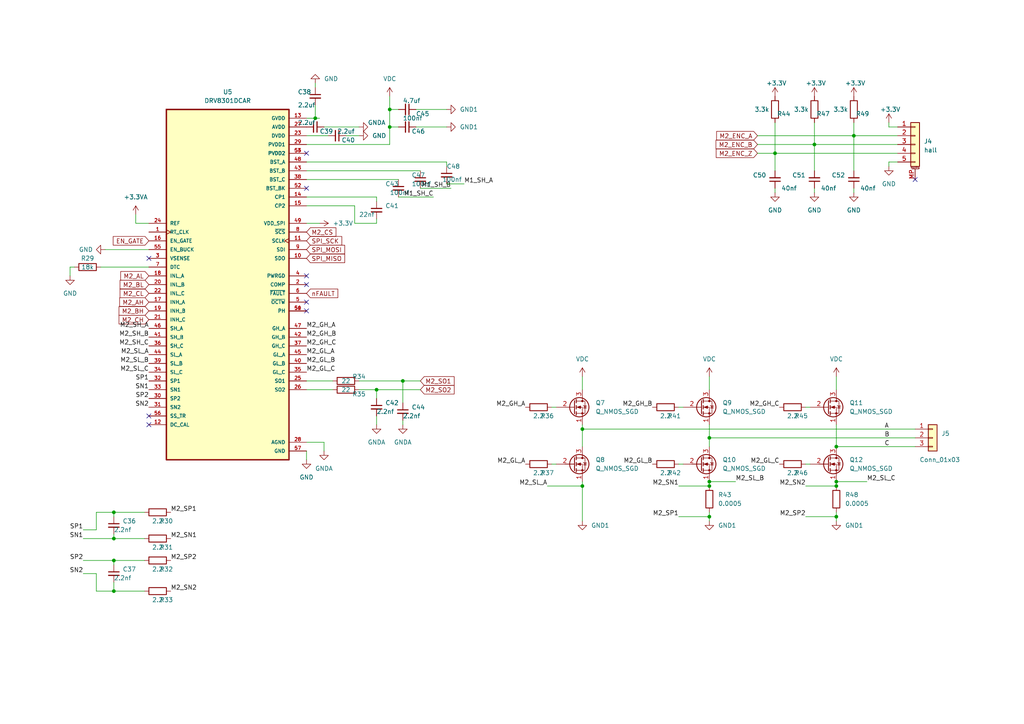
<source format=kicad_sch>
(kicad_sch (version 20211123) (generator eeschema)
  (paper "A4")
  (lib_symbols
    (symbol "Connector_Generic:Conn_01x03" (pin_names (offset 1.016) hide)
      (property "Reference" "J" (at 0 5.08 0))
      (property "Value" "Conn_01x03" (at 0 -5.08 0))
      (symbol "Conn_01x03_1_1"
        (rectangle (start -1.27 -2.413) (end 0 -2.667) (stroke (width 0.1524)))
        (rectangle (start -1.27 0.127) (end 0 -0.127) (stroke (width 0.1524)))
        (rectangle (start -1.27 2.667) (end 0 2.413) (stroke (width 0.1524)))
        (rectangle (start -1.27 3.81) (end 1.27 -3.81) (stroke (width 0.254)) (fill (type background)))
        (pin passive line (at -5.08 2.54 0) (length 3.81) (name "Pin_1") (number "1"))
        (pin passive line (at -5.08 0 0) (length 3.81) (name "Pin_2") (number "2"))
        (pin passive line (at -5.08 -2.54 0) (length 3.81) (name "Pin_3") (number "3"))
      )
    )
    (symbol "Connector_Generic_MountingPin:Conn_01x05_MountingPin" (pin_names (offset 1.016) hide)
      (property "Reference" "J" (at 0 7.62 0))
      (property "Value" "Conn_01x05_MountingPin" (at 1.27 -7.62 0))
      (symbol "Conn_01x05_MountingPin_1_1"
        (rectangle (start -1.27 -4.953) (end 0 -5.207) (stroke (width 0.1524)))
        (rectangle (start -1.27 -2.413) (end 0 -2.667) (stroke (width 0.1524)))
        (rectangle (start -1.27 0.127) (end 0 -0.127) (stroke (width 0.1524)))
        (rectangle (start -1.27 2.667) (end 0 2.413) (stroke (width 0.1524)))
        (rectangle (start -1.27 5.207) (end 0 4.953) (stroke (width 0.1524)))
        (rectangle (start -1.27 6.35) (end 1.27 -6.35) (stroke (width 0.254)) (fill (type background)))
        (polyline (pts (xy -1.016 -7.112) (xy 1.016 -7.112)) (stroke (width 0.1524)))
        (text "Mounting" (at 0 -6.731 0) (effects (font (size 0.381 0.381))))
        (pin passive line (at -5.08 5.08 0) (length 3.81) (name "Pin_1") (number "1"))
        (pin passive line (at -5.08 2.54 0) (length 3.81) (name "Pin_2") (number "2"))
        (pin passive line (at -5.08 0 0) (length 3.81) (name "Pin_3") (number "3"))
        (pin passive line (at -5.08 -2.54 0) (length 3.81) (name "Pin_4") (number "4"))
        (pin passive line (at -5.08 -5.08 0) (length 3.81) (name "Pin_5") (number "5"))
        (pin passive line (at 0 -10.16 90) (length 3.048) (name "MountPin") (number "MP"))
      )
    )
    (symbol "Device:C_Small" (pin_numbers hide) (pin_names (offset 0.254) hide)
      (property "Reference" "C" (at 0.254 1.778 0))
      (property "Value" "C_Small" (at 0.254 -2.032 0))
      (symbol "C_Small_0_1"
        (polyline (pts (xy -1.524 -0.508) (xy 1.524 -0.508)) (stroke (width 0.3302)))
        (polyline (pts (xy -1.524 0.508) (xy 1.524 0.508)) (stroke (width 0.3048)))
      )
      (symbol "C_Small_1_1"
        (pin passive line (at 0 2.54 270) (length 2.032) (name "~") (number "1"))
        (pin passive line (at 0 -2.54 90) (length 2.032) (name "~") (number "2"))
      )
    )
    (symbol "Device:Q_NMOS_SGD" (pin_names (offset 0) hide)
      (property "Reference" "Q" (at 5.08 1.27 0))
      (property "Value" "Q_NMOS_SGD" (at 5.08 -1.27 0))
      (symbol "Q_NMOS_SGD_0_1"
        (polyline (pts (xy 0.254 0) (xy -2.54 0)))
        (polyline (pts (xy 0.254 1.905) (xy 0.254 -1.905)) (stroke (width 0.254)))
        (polyline (pts (xy 0.762 -1.27) (xy 0.762 -2.286)) (stroke (width 0.254)))
        (polyline (pts (xy 0.762 0.508) (xy 0.762 -0.508)) (stroke (width 0.254)))
        (polyline (pts (xy 0.762 2.286) (xy 0.762 1.27)) (stroke (width 0.254)))
        (polyline (pts (xy 2.54 2.54) (xy 2.54 1.778)))
        (polyline (pts (xy 2.54 -2.54) (xy 2.54 0) (xy 0.762 0)))
        (polyline (pts (xy 0.762 -1.778) (xy 3.302 -1.778) (xy 3.302 1.778) (xy 0.762 1.778)))
        (polyline (pts (xy 1.016 0) (xy 2.032 0.381) (xy 2.032 -0.381) (xy 1.016 0)) (fill (type outline)))
        (polyline (pts (xy 2.794 0.508) (xy 2.921 0.381) (xy 3.683 0.381) (xy 3.81 0.254)))
        (polyline (pts (xy 3.302 0.381) (xy 2.921 -0.254) (xy 3.683 -0.254) (xy 3.302 0.381)))
        (circle (center 1.651 0) (radius 2.794) (stroke (width 0.254)))
        (circle (center 2.54 -1.778) (radius 0.254) (fill (type outline)))
        (circle (center 2.54 1.778) (radius 0.254) (fill (type outline)))
      )
      (symbol "Q_NMOS_SGD_1_1"
        (pin passive line (at 2.54 -5.08 90) (length 2.54) (name "S") (number "1"))
        (pin input line (at -5.08 0 0) (length 5.08) (name "G") (number "2"))
        (pin passive line (at 2.54 5.08 270) (length 2.54) (name "D") (number "3"))
      )
    )
    (symbol "Device:R" (pin_numbers hide) (pin_names (offset 0))
      (property "Reference" "R" (at 2.032 0 90))
      (property "Value" "R" (at 0 0 90))
      (symbol "R_0_1"
        (rectangle (start -1.016 -2.54) (end 1.016 2.54) (stroke (width 0.254)))
      )
      (symbol "R_1_1"
        (pin passive line (at 0 3.81 270) (length 1.27) (name "~") (number "1"))
        (pin passive line (at 0 -3.81 90) (length 1.27) (name "~") (number "2"))
      )
    )
    (symbol "New_Library:DRV8301DCAR" (pin_names (offset 1.016))
      (property "Reference" "U" (at -17.8203 51.9275 0))
      (property "Value" "DRV8301DCAR" (at -17.8075 -54.8929 0))
      (symbol "DRV8301DCAR_0_0"
        (rectangle (start -17.78 -50.8) (end 17.78 50.8) (stroke (width 0.41)) (fill (type background)))
        (pin input clock (at -22.86 15.24 0) (length 5.08) (name "RT_CLK") (number "1"))
        (pin output line (at 22.86 7.62 180) (length 5.08) (name "SDO") (number "10"))
        (pin input clock (at 22.86 12.7 180) (length 5.08) (name "SCLK") (number "11"))
        (pin input line (at -22.86 -40.64 0) (length 5.08) (name "DC_CAL") (number "12"))
        (pin power_in line (at 22.86 48.26 180) (length 5.08) (name "GVDD") (number "13"))
        (pin power_in line (at 22.86 25.4 180) (length 5.08) (name "CP1") (number "14"))
        (pin power_in line (at 22.86 22.86 180) (length 5.08) (name "CP2") (number "15"))
        (pin input line (at -22.86 12.7 0) (length 5.08) (name "EN_GATE") (number "16"))
        (pin input line (at -22.86 -5.08 0) (length 5.08) (name "INH_A") (number "17"))
        (pin input line (at -22.86 2.54 0) (length 5.08) (name "INL_A") (number "18"))
        (pin input line (at -22.86 -7.62 0) (length 5.08) (name "INH_B") (number "19"))
        (pin output line (at 22.86 0 180) (length 5.08) (name "COMP") (number "2"))
        (pin input line (at -22.86 0 0) (length 5.08) (name "INL_B") (number "20"))
        (pin input line (at -22.86 -10.16 0) (length 5.08) (name "INH_C") (number "21"))
        (pin input line (at -22.86 -2.54 0) (length 5.08) (name "INL_C") (number "22"))
        (pin power_in line (at 22.86 43.18 180) (length 5.08) (name "DVDD") (number "23"))
        (pin input line (at -22.86 17.78 0) (length 5.08) (name "REF") (number "24"))
        (pin output line (at 22.86 -27.94 180) (length 5.08) (name "SO1") (number "25"))
        (pin output line (at 22.86 -30.48 180) (length 5.08) (name "SO2") (number "26"))
        (pin power_in line (at 22.86 45.72 180) (length 5.08) (name "AVDD") (number "27"))
        (pin power_in line (at 22.86 -45.72 180) (length 5.08) (name "AGND") (number "28"))
        (pin power_in line (at 22.86 40.64 180) (length 5.08) (name "PVDD1") (number "29"))
        (pin input line (at -22.86 7.62 0) (length 5.08) (name "VSENSE") (number "3"))
        (pin input line (at -22.86 -33.02 0) (length 5.08) (name "SP2") (number "30"))
        (pin input line (at -22.86 -35.56 0) (length 5.08) (name "SN2") (number "31"))
        (pin input line (at -22.86 -27.94 0) (length 5.08) (name "SP1") (number "32"))
        (pin input line (at -22.86 -30.48 0) (length 5.08) (name "SN1") (number "33"))
        (pin input line (at -22.86 -25.4 0) (length 5.08) (name "SL_C") (number "34"))
        (pin output line (at 22.86 -25.4 180) (length 5.08) (name "GL_C") (number "35"))
        (pin input line (at -22.86 -17.78 0) (length 5.08) (name "SH_C") (number "36"))
        (pin output line (at 22.86 -17.78 180) (length 5.08) (name "GH_C") (number "37"))
        (pin power_in line (at 22.86 30.48 180) (length 5.08) (name "BST_C") (number "38"))
        (pin input line (at -22.86 -22.86 0) (length 5.08) (name "SL_B") (number "39"))
        (pin output line (at 22.86 2.54 180) (length 5.08) (name "PWRGD") (number "4"))
        (pin output line (at 22.86 -22.86 180) (length 5.08) (name "GL_B") (number "40"))
        (pin input line (at -22.86 -15.24 0) (length 5.08) (name "SH_B") (number "41"))
        (pin output line (at 22.86 -15.24 180) (length 5.08) (name "GH_B") (number "42"))
        (pin power_in line (at 22.86 33.02 180) (length 5.08) (name "BST_B") (number "43"))
        (pin input line (at -22.86 -20.32 0) (length 5.08) (name "SL_A") (number "44"))
        (pin output line (at 22.86 -20.32 180) (length 5.08) (name "GL_A") (number "45"))
        (pin input line (at -22.86 -12.7 0) (length 5.08) (name "SH_A") (number "46"))
        (pin output line (at 22.86 -12.7 180) (length 5.08) (name "GH_A") (number "47"))
        (pin power_in line (at 22.86 35.56 180) (length 5.08) (name "BST_A") (number "48"))
        (pin input line (at 22.86 17.78 180) (length 5.08) (name "VDD_SPI") (number "49"))
        (pin output line (at 22.86 -5.08 180) (length 5.08) (name "~{OCTW}") (number "5"))
        (pin output line (at 22.86 -7.62 180) (length 5.08) (name "PH") (number "50"))
        (pin output line (at 22.86 -7.62 180) (length 5.08) (name "PH") (number "51"))
        (pin power_in line (at 22.86 27.94 180) (length 5.08) (name "BST_BK") (number "52"))
        (pin power_in line (at 22.86 38.1 180) (length 5.08) (name "PVDD2") (number "53"))
        (pin power_in line (at 22.86 38.1 180) (length 5.08) (name "PVDD2") (number "54"))
        (pin input line (at -22.86 10.16 0) (length 5.08) (name "EN_BUCK") (number "55"))
        (pin input line (at -22.86 -38.1 0) (length 5.08) (name "SS_TR") (number "56"))
        (pin power_in line (at 22.86 -48.26 180) (length 5.08) (name "GND") (number "57"))
        (pin output line (at 22.86 -2.54 180) (length 5.08) (name "~{FAULT}") (number "6"))
        (pin input line (at -22.86 5.08 0) (length 5.08) (name "DTC") (number "7"))
        (pin input line (at 22.86 15.24 180) (length 5.08) (name "~{SCS}") (number "8"))
        (pin input line (at 22.86 10.16 180) (length 5.08) (name "SDI") (number "9"))
      )
    )
    (symbol "power:+3.3V" (power) (pin_names (offset 0))
      (property "Value" "+3.3V" (at 0 3.556 0))
      (symbol "+3.3V_0_1"
        (polyline (pts (xy -0.762 1.27) (xy 0 2.54)))
        (polyline (pts (xy 0 0) (xy 0 2.54)))
        (polyline (pts (xy 0 2.54) (xy 0.762 1.27)))
      )
      (symbol "+3.3V_1_1"
        (pin power_in line (at 0 0 90) (length 0) hide (name "+3.3V") (number "1"))
      )
    )
    (symbol "power:+3.3VA" (power) (pin_names (offset 0))
      (property "Value" "+3.3VA" (at 0 3.556 0))
      (symbol "+3.3VA_0_1"
        (polyline (pts (xy -0.762 1.27) (xy 0 2.54)))
        (polyline (pts (xy 0 0) (xy 0 2.54)))
        (polyline (pts (xy 0 2.54) (xy 0.762 1.27)))
      )
      (symbol "+3.3VA_1_1"
        (pin power_in line (at 0 0 90) (length 0) hide (name "+3.3VA") (number "1"))
      )
    )
    (symbol "power:GND" (power) (pin_names (offset 0))
      (property "Value" "GND" (at 0 -3.81 0))
      (symbol "GND_0_1"
        (polyline (pts (xy 0 0) (xy 0 -1.27) (xy 1.27 -1.27) (xy 0 -2.54) (xy -1.27 -1.27) (xy 0 -1.27)))
      )
      (symbol "GND_1_1"
        (pin power_in line (at 0 0 270) (length 0) hide (name "GND") (number "1"))
      )
    )
    (symbol "power:GND1" (power) (pin_names (offset 0))
      (property "Value" "GND1" (at 0 -3.81 0))
      (symbol "GND1_0_1"
        (polyline (pts (xy 0 0) (xy 0 -1.27) (xy 1.27 -1.27) (xy 0 -2.54) (xy -1.27 -1.27) (xy 0 -1.27)))
      )
      (symbol "GND1_1_1"
        (pin power_in line (at 0 0 270) (length 0) hide (name "GND1") (number "1"))
      )
    )
    (symbol "power:GNDA" (power) (pin_names (offset 0))
      (property "Value" "GNDA" (at 0 -3.81 0))
      (symbol "GNDA_0_1"
        (polyline (pts (xy 0 0) (xy 0 -1.27) (xy 1.27 -1.27) (xy 0 -2.54) (xy -1.27 -1.27) (xy 0 -1.27)))
      )
      (symbol "GNDA_1_1"
        (pin power_in line (at 0 0 270) (length 0) hide (name "GNDA") (number "1"))
      )
    )
    (symbol "power:VDC" (power) (pin_names (offset 0))
      (property "Value" "VDC" (at 0 6.35 0))
      (symbol "VDC_0_1"
        (polyline (pts (xy -0.762 1.27) (xy 0 2.54)))
        (polyline (pts (xy 0 0) (xy 0 2.54)))
        (polyline (pts (xy 0 2.54) (xy 0.762 1.27)))
      )
      (symbol "VDC_1_1"
        (pin power_in line (at 0 0 90) (length 0) hide (name "VDC") (number "1"))
      )
    )
  )
  (junction (at 168.91 140.97))
  (junction (at 116.84 110.49))
  (junction (at 242.57 140.97))
  (junction (at 224.79 44.45))
  (junction (at 205.74 140.97))
  (junction (at 242.57 149.86))
  (junction (at 33.02 171.45))
  (junction (at 33.02 162.56))
  (junction (at 168.91 124.46))
  (junction (at 205.74 149.86))
  (junction (at 109.22 113.03))
  (junction (at 33.02 156.21))
  (junction (at 236.22 41.91))
  (junction (at 113.03 31.75))
  (junction (at 242.57 129.54))
  (junction (at 91.44 34.29))
  (junction (at 113.03 36.83))
  (junction (at 205.74 139.7))
  (junction (at 33.02 148.59))
  (junction (at 205.74 127))
  (junction (at 242.57 139.7))
  (junction (at 247.65 39.37))
  (no_connect (at 88.9 82.55))
  (no_connect (at 88.9 87.63))
  (no_connect (at 43.18 123.19))
  (no_connect (at 265.43 52.07))
  (no_connect (at 43.18 120.65))
  (no_connect (at 88.9 90.17))
  (no_connect (at 88.9 44.45))
  (no_connect (at 88.9 80.01))
  (no_connect (at 43.18 74.93))
  (no_connect (at 88.9 54.61))
  (wire (pts (xy 109.22 57.15) (xy 109.22 58.42)))
  (wire (pts (xy 30.48 72.39) (xy 43.18 72.39)))
  (wire (pts (xy 24.13 166.37) (xy 27.94 166.37)))
  (wire (pts (xy 33.02 168.91) (xy 33.02 171.45)))
  (wire (pts (xy 196.85 134.62) (xy 198.12 134.62)))
  (wire (pts (xy 113.03 36.83) (xy 113.03 41.91)))
  (wire (pts (xy 33.02 154.94) (xy 33.02 156.21)))
  (wire (pts (xy 88.9 52.07) (xy 115.57 52.07)))
  (wire (pts (xy 88.9 130.81) (xy 88.9 133.35)))
  (wire (pts (xy 247.65 39.37) (xy 260.35 39.37)))
  (wire (pts (xy 116.84 110.49) (xy 116.84 116.84)))
  (wire (pts (xy 205.74 140.97) (xy 205.74 139.7)))
  (wire (pts (xy 88.9 41.91) (xy 113.03 41.91)))
  (wire (pts (xy 134.62 53.34) (xy 129.54 53.34)))
  (wire (pts (xy 29.21 77.47) (xy 43.18 77.47)))
  (wire (pts (xy 113.03 27.94) (xy 113.03 31.75)))
  (wire (pts (xy 233.68 134.62) (xy 234.95 134.62)))
  (wire (pts (xy 247.65 35.56) (xy 247.65 39.37)))
  (wire (pts (xy 257.81 36.83) (xy 257.81 35.56)))
  (wire (pts (xy 160.02 118.11) (xy 161.29 118.11)))
  (wire (pts (xy 88.9 46.99) (xy 129.54 46.99)))
  (wire (pts (xy 265.43 129.54) (xy 242.57 129.54)))
  (wire (pts (xy 88.9 113.03) (xy 96.52 113.03)))
  (wire (pts (xy 260.35 46.99) (xy 257.81 46.99)))
  (wire (pts (xy 168.91 124.46) (xy 265.43 124.46)))
  (wire (pts (xy 205.74 149.86) (xy 205.74 151.13)))
  (wire (pts (xy 224.79 54.61) (xy 224.79 55.88)))
  (wire (pts (xy 88.9 57.15) (xy 109.22 57.15)))
  (wire (pts (xy 102.87 59.69) (xy 88.9 59.69)))
  (wire (pts (xy 88.9 110.49) (xy 96.52 110.49)))
  (wire (pts (xy 27.94 148.59) (xy 33.02 148.59)))
  (wire (pts (xy 224.79 35.56) (xy 224.79 44.45)))
  (wire (pts (xy 27.94 171.45) (xy 33.02 171.45)))
  (wire (pts (xy 196.85 140.97) (xy 205.74 140.97)))
  (wire (pts (xy 88.9 49.53) (xy 121.92 49.53)))
  (wire (pts (xy 88.9 128.27) (xy 93.98 128.27)))
  (wire (pts (xy 233.68 140.97) (xy 242.57 140.97)))
  (wire (pts (xy 219.71 39.37) (xy 247.65 39.37)))
  (wire (pts (xy 24.13 162.56) (xy 33.02 162.56)))
  (wire (pts (xy 33.02 148.59) (xy 33.02 149.86)))
  (wire (pts (xy 196.85 118.11) (xy 198.12 118.11)))
  (wire (pts (xy 104.14 113.03) (xy 109.22 113.03)))
  (wire (pts (xy 257.81 46.99) (xy 257.81 48.26)))
  (wire (pts (xy 242.57 139.7) (xy 251.46 139.7)))
  (wire (pts (xy 109.22 113.03) (xy 109.22 115.57)))
  (wire (pts (xy 33.02 162.56) (xy 33.02 163.83)))
  (wire (pts (xy 91.44 24.13) (xy 91.44 25.4)))
  (wire (pts (xy 129.54 46.99) (xy 129.54 48.26)))
  (wire (pts (xy 20.32 77.47) (xy 20.32 80.01)))
  (wire (pts (xy 260.35 36.83) (xy 257.81 36.83)))
  (wire (pts (xy 224.79 44.45) (xy 260.35 44.45)))
  (wire (pts (xy 113.03 36.83) (xy 115.57 36.83)))
  (wire (pts (xy 236.22 41.91) (xy 260.35 41.91)))
  (wire (pts (xy 43.18 64.77) (xy 39.37 64.77)))
  (wire (pts (xy 39.37 64.77) (xy 39.37 62.23)))
  (wire (pts (xy 33.02 162.56) (xy 41.91 162.56)))
  (wire (pts (xy 233.68 118.11) (xy 234.95 118.11)))
  (wire (pts (xy 88.9 39.37) (xy 95.25 39.37)))
  (wire (pts (xy 109.22 64.77) (xy 109.22 63.5)))
  (wire (pts (xy 168.91 124.46) (xy 168.91 129.54)))
  (wire (pts (xy 224.79 44.45) (xy 224.79 49.53)))
  (wire (pts (xy 247.65 54.61) (xy 247.65 55.88)))
  (wire (pts (xy 247.65 39.37) (xy 247.65 49.53)))
  (wire (pts (xy 120.65 31.75) (xy 129.54 31.75)))
  (wire (pts (xy 236.22 54.61) (xy 236.22 55.88)))
  (wire (pts (xy 233.68 149.86) (xy 242.57 149.86)))
  (wire (pts (xy 160.02 134.62) (xy 161.29 134.62)))
  (wire (pts (xy 33.02 156.21) (xy 41.91 156.21)))
  (wire (pts (xy 236.22 41.91) (xy 236.22 49.53)))
  (wire (pts (xy 102.87 64.77) (xy 102.87 59.69)))
  (wire (pts (xy 116.84 110.49) (xy 121.92 110.49)))
  (wire (pts (xy 242.57 148.59) (xy 242.57 149.86)))
  (wire (pts (xy 219.71 44.45) (xy 224.79 44.45)))
  (wire (pts (xy 24.13 153.67) (xy 27.94 153.67)))
  (wire (pts (xy 116.84 121.92) (xy 116.84 123.19)))
  (wire (pts (xy 205.74 148.59) (xy 205.74 149.86)))
  (wire (pts (xy 168.91 140.97) (xy 168.91 139.7)))
  (wire (pts (xy 168.91 123.19) (xy 168.91 124.46)))
  (wire (pts (xy 120.65 36.83) (xy 129.54 36.83)))
  (wire (pts (xy 242.57 123.19) (xy 242.57 129.54)))
  (wire (pts (xy 113.03 31.75) (xy 113.03 36.83)))
  (wire (pts (xy 20.32 77.47) (xy 21.59 77.47)))
  (wire (pts (xy 205.74 139.7) (xy 213.36 139.7)))
  (wire (pts (xy 88.9 34.29) (xy 91.44 34.29)))
  (wire (pts (xy 205.74 127) (xy 265.43 127)))
  (wire (pts (xy 236.22 35.56) (xy 236.22 41.91)))
  (wire (pts (xy 130.81 54.61) (xy 121.92 54.61)))
  (wire (pts (xy 88.9 64.77) (xy 92.71 64.77)))
  (wire (pts (xy 91.44 34.29) (xy 91.44 30.48)))
  (wire (pts (xy 242.57 109.22) (xy 242.57 113.03)))
  (wire (pts (xy 93.98 128.27) (xy 93.98 130.81)))
  (wire (pts (xy 104.14 110.49) (xy 116.84 110.49)))
  (wire (pts (xy 242.57 149.86) (xy 242.57 151.13)))
  (wire (pts (xy 113.03 31.75) (xy 115.57 31.75)))
  (wire (pts (xy 196.85 149.86) (xy 205.74 149.86)))
  (wire (pts (xy 205.74 109.22) (xy 205.74 113.03)))
  (wire (pts (xy 100.33 39.37) (xy 104.14 39.37)))
  (wire (pts (xy 158.75 140.97) (xy 168.91 140.97)))
  (wire (pts (xy 109.22 64.77) (xy 102.87 64.77)))
  (wire (pts (xy 205.74 123.19) (xy 205.74 127)))
  (wire (pts (xy 27.94 166.37) (xy 27.94 171.45)))
  (wire (pts (xy 242.57 140.97) (xy 242.57 139.7)))
  (wire (pts (xy 92.71 34.29) (xy 91.44 34.29)))
  (wire (pts (xy 168.91 140.97) (xy 168.91 151.13)))
  (wire (pts (xy 168.91 109.22) (xy 168.91 113.03)))
  (wire (pts (xy 109.22 113.03) (xy 121.92 113.03)))
  (wire (pts (xy 205.74 127) (xy 205.74 129.54)))
  (wire (pts (xy 125.73 57.15) (xy 115.57 57.15)))
  (wire (pts (xy 93.98 36.83) (xy 104.14 36.83)))
  (wire (pts (xy 33.02 148.59) (xy 41.91 148.59)))
  (wire (pts (xy 219.71 41.91) (xy 236.22 41.91)))
  (wire (pts (xy 33.02 171.45) (xy 41.91 171.45)))
  (wire (pts (xy 109.22 123.19) (xy 109.22 120.65)))
  (wire (pts (xy 24.13 156.21) (xy 33.02 156.21)))
  (wire (pts (xy 27.94 153.67) (xy 27.94 148.59)))
  (label "SP2" (at 24.13 162.56 180))
  (label "M2_SL_B" (at 43.18 105.41 180))
  (label "M2_GH_A" (at 152.4 118.11 180))
  (label "M2_SP2" (at 49.53 162.56 0))
  (label "M2_SN2" (at 49.53 171.45 0))
  (label "SP1" (at 43.18 110.49 180))
  (label "M2_GL_A" (at 88.9 102.87 0))
  (label "M2_SL_A" (at 158.75 140.97 180))
  (label "M2_GH_B" (at 88.9 97.79 0))
  (label "M2_SN1" (at 196.85 140.97 180))
  (label "M2_GH_B" (at 189.23 118.11 180))
  (label "SN1" (at 43.18 113.03 180))
  (label "SN1" (at 24.13 156.21 180))
  (label "M2_SL_C" (at 251.46 139.7 0))
  (label "M2_GL_C" (at 226.06 134.62 180))
  (label "M1_SH_B" (at 130.81 54.61 180))
  (label "SP1" (at 24.13 153.67 180))
  (label "M2_SP2" (at 233.68 149.86 180))
  (label "SP2" (at 43.18 115.57 180))
  (label "M2_SN1" (at 49.53 156.21 0))
  (label "M2_GH_A" (at 88.9 95.25 0))
  (label "M2_SH_A" (at 43.18 95.25 180))
  (label "M2_SL_C" (at 43.18 107.95 180))
  (label "M1_SH_A" (at 134.62 53.34 0))
  (label "M2_GL_A" (at 152.4 134.62 180))
  (label "M1_SH_C" (at 125.73 57.15 180))
  (label "M2_GL_B" (at 88.9 105.41 0))
  (label "M2_SL_A" (at 43.18 102.87 180))
  (label "M2_SL_B" (at 213.36 139.7 0))
  (label "SN2" (at 43.18 118.11 180))
  (label "M2_SH_B" (at 43.18 97.79 180))
  (label "SN2" (at 24.13 166.37 180))
  (label "M2_SP1" (at 196.85 149.86 180))
  (label "M2_GL_C" (at 88.9 107.95 0))
  (label "M2_SP1" (at 49.53 148.59 0))
  (label "M2_SH_C" (at 43.18 100.33 180))
  (label "M2_GH_C" (at 226.06 118.11 180))
  (label "B" (at 256.54 127 0))
  (label "M2_GH_C" (at 88.9 100.33 0))
  (label "A" (at 256.54 124.46 0))
  (label "C" (at 256.54 129.54 0))
  (label "M2_GL_B" (at 189.23 134.62 180))
  (label "M2_SN2" (at 233.68 140.97 180))
  (global_label "M2_CL" (shape input) (at 43.18 85.09 180) (property "Intersheet References" "${INTERSHEET_REFS}" (effects hide)))
  (global_label "M2_SO2" (shape input) (at 121.92 113.03 0) (property "Intersheet References" "${INTERSHEET_REFS}" (effects hide)))
  (global_label "nFAULT" (shape input) (at 88.9 85.09 0) (property "Intersheet References" "${INTERSHEET_REFS}" (effects hide)))
  (global_label "SPI_MOSI" (shape input) (at 88.9 72.39 0) (property "Intersheet References" "${INTERSHEET_REFS}" (effects hide)))
  (global_label "M2_AH" (shape input) (at 43.18 87.63 180) (property "Intersheet References" "${INTERSHEET_REFS}" (effects hide)))
  (global_label "M2_ENC_B" (shape input) (at 219.71 41.91 180) (property "Intersheet References" "${INTERSHEET_REFS}" (effects hide)))
  (global_label "SPI_SCK" (shape input) (at 88.9 69.85 0) (property "Intersheet References" "${INTERSHEET_REFS}" (effects hide)))
  (global_label "M2_ENC_A" (shape input) (at 219.71 39.37 180) (property "Intersheet References" "${INTERSHEET_REFS}" (effects hide)))
  (global_label "M2_BL" (shape input) (at 43.18 82.55 180) (property "Intersheet References" "${INTERSHEET_REFS}" (effects hide)))
  (global_label "M2_CH" (shape input) (at 43.18 92.71 180) (property "Intersheet References" "${INTERSHEET_REFS}" (effects hide)))
  (global_label "M2_CS" (shape input) (at 88.9 67.31 0) (property "Intersheet References" "${INTERSHEET_REFS}" (effects hide)))
  (global_label "M2_ENC_Z" (shape input) (at 219.71 44.45 180) (property "Intersheet References" "${INTERSHEET_REFS}" (effects hide)))
  (global_label "M2_SO1" (shape input) (at 121.92 110.49 0) (property "Intersheet References" "${INTERSHEET_REFS}" (effects hide)))
  (global_label "SPI_MISO" (shape input) (at 88.9 74.93 0) (property "Intersheet References" "${INTERSHEET_REFS}" (effects hide)))
  (global_label "M2_AL" (shape input) (at 43.18 80.01 180) (property "Intersheet References" "${INTERSHEET_REFS}" (effects hide)))
  (global_label "EN_GATE" (shape input) (at 43.18 69.85 180) (property "Intersheet References" "${INTERSHEET_REFS}" (effects hide)))
  (global_label "M2_BH" (shape input) (at 43.18 90.17 180) (property "Intersheet References" "${INTERSHEET_REFS}" (effects hide)))
  (symbol (lib_id "Device:R") (at 100.33 113.03 90) (unit 1)
    (property "Reference" "R35" (at 104.14 114.3 90))
    (property "Value" "22" (at 100.33 113.03 90))
    (property "Footprint" "Resistor_SMD:R_0603_1608Metric" (effects hide))
  )
  (symbol (lib_id "Device:R") (at 156.21 118.11 90) (unit 1)
    (property "Reference" "R36" (at 158.75 120.65 90))
    (property "Value" "2.2" (at 156.21 120.65 90))
    (property "Footprint" "Resistor_SMD:R_0603_1608Metric" (effects hide))
  )
  (symbol (lib_id "Device:R") (at 224.79 31.75 0) (unit 1)
    (property "Reference" "R44" (at 227.33 33.02 0))
    (property "Value" "3.3k" (at 220.98 31.75 0))
    (property "Footprint" "Resistor_SMD:R_0603_1608Metric" (effects hide))
  )
  (symbol (lib_id "Device:R") (at 242.57 144.78 0) (unit 1)
    (property "Reference" "R48" (at 245.11 143.5099 0) (effects (justify left)))
    (property "Value" "0.0005" (at 245.11 146.0499 0) (effects (justify left)))
    (property "Footprint" "Resistor_SMD:R_2512_6332Metric" (effects hide))
  )
  (symbol (lib_id "power:GND1") (at 242.57 151.13 0) (unit 1)
    (property "Reference" "#PWR094" (effects hide))
    (property "Value" "GND1" (at 245.11 152.3999 0) (effects (justify left)))
  )
  (symbol (lib_id "Device:C_Small") (at 33.02 152.4 0) (unit 1)
    (property "Reference" "C36" (at 35.56 151.1362 0) (effects (justify left)))
    (property "Value" "2.2nf" (at 33.02 153.67 0) (effects (justify left)))
    (property "Footprint" "Capacitor_SMD:C_0603_1608Metric" (effects hide))
  )
  (symbol (lib_id "Device:C_Small") (at 91.44 36.83 270) (unit 1)
    (property "Reference" "C39" (at 92.71 38.1 90) (effects (justify left)))
    (property "Value" "2.2uf" (at 86.36 35.56 90) (effects (justify left)))
    (property "Footprint" "Capacitor_SMD:C_0603_1608Metric" (effects hide))
  )
  (symbol (lib_id "Device:R") (at 25.4 77.47 270) (unit 1)
    (property "Reference" "R29" (at 25.4 74.93 90))
    (property "Value" "18k" (at 25.4 77.47 90))
    (property "Footprint" "Resistor_SMD:R_0603_1608Metric" (effects hide))
  )
  (symbol (lib_id "Device:R") (at 205.74 144.78 0) (unit 1)
    (property "Reference" "R43" (at 208.28 143.5099 0) (effects (justify left)))
    (property "Value" "0.0005" (at 208.28 146.0499 0) (effects (justify left)))
    (property "Footprint" "Resistor_SMD:R_2512_6332Metric" (effects hide))
  )
  (symbol (lib_id "power:GND1") (at 129.54 36.83 90) (unit 1)
    (property "Reference" "#PWR082" (effects hide))
    (property "Value" "GND1" (at 133.35 36.8299 90) (effects (justify right)))
  )
  (symbol (lib_id "power:GND1") (at 129.54 31.75 90) (unit 1)
    (property "Reference" "#PWR081" (effects hide))
    (property "Value" "GND1" (at 133.35 31.7499 90) (effects (justify right)))
  )
  (symbol (lib_id "Device:C_Small") (at 118.11 31.75 270) (unit 1)
    (property "Reference" "C45" (at 120.65 33.02 90) (effects (justify left)))
    (property "Value" "4.7uf" (at 116.84 29.21 90) (effects (justify left)))
    (property "Footprint" "Capacitor_SMD:C_0603_1608Metric" (effects hide))
  )
  (symbol (lib_id "power:+3.3V") (at 236.22 27.94 0) (unit 1)
    (property "Reference" "#PWR091" (effects hide))
    (property "Value" "+3.3V" (at 233.68 24.13 0) (effects (justify left)))
  )
  (symbol (lib_id "power:GND1") (at 205.74 151.13 0) (unit 1)
    (property "Reference" "#PWR088" (effects hide))
    (property "Value" "GND1" (at 208.28 152.3999 0) (effects (justify left)))
  )
  (symbol (lib_id "power:GND") (at 88.9 133.35 0) (unit 1)
    (property "Reference" "#PWR072" (effects hide))
    (property "Value" "GND" (at 88.9 138.43 0))
  )
  (symbol (lib_id "power:GND1") (at 168.91 151.13 0) (unit 1)
    (property "Reference" "#PWR084" (effects hide))
    (property "Value" "GND1" (at 171.45 152.3999 0) (effects (justify left)))
  )
  (symbol (lib_id "Device:R") (at 229.87 118.11 90) (unit 1)
    (property "Reference" "R45" (at 232.41 120.65 90))
    (property "Value" "2.2" (at 229.87 120.65 90))
    (property "Footprint" "Resistor_SMD:R_0603_1608Metric" (effects hide))
  )
  (symbol (lib_id "power:VDC") (at 168.91 109.22 0) (unit 1)
    (property "Reference" "#PWR083" (effects hide))
    (property "Value" "VDC" (at 168.91 104.14 0))
  )
  (symbol (lib_id "power:GND") (at 20.32 80.01 0) (unit 1)
    (property "Reference" "#PWR069" (effects hide))
    (property "Value" "GND" (at 20.32 85.09 0))
  )
  (symbol (lib_id "power:GND") (at 236.22 55.88 0) (unit 1)
    (property "Reference" "#PWR092" (effects hide))
    (property "Value" "GND" (at 236.22 60.96 0))
  )
  (symbol (lib_id "New_Library:DRV8301DCAR") (at 66.04 82.55 0) (unit 1)
    (property "Reference" "U5" (at 66.04 26.67 0))
    (property "Value" "DRV8301DCAR" (at 66.04 29.21 0))
    (property "Footprint" "Package_SO:HTSSOP-56-1EP_6.1x14mm_P0.5mm_EP3.61x6.35mm" (effects hide))
    (property "SNAPEDA_PACKAGE_ID" "5591" (effects hide))
    (property "PARTREV" "F" (effects hide))
    (property "STNADARD" "IPC-7351B" (effects hide))
    (property "MANUFACTURER" "Texas Instruments" (effects hide))
  )
  (symbol (lib_id "power:+3.3V") (at 247.65 27.94 0) (unit 1)
    (property "Reference" "#PWR095" (effects hide))
    (property "Value" "+3.3V" (at 245.11 24.13 0) (effects (justify left)))
  )
  (symbol (lib_id "Device:R") (at 193.04 118.11 90) (unit 1)
    (property "Reference" "R41" (at 195.58 120.65 90))
    (property "Value" "2.2" (at 193.04 120.65 90))
    (property "Footprint" "Resistor_SMD:R_0603_1608Metric" (effects hide))
  )
  (symbol (lib_id "power:GND") (at 91.44 24.13 180) (unit 1)
    (property "Reference" "#PWR073" (effects hide))
    (property "Value" "GND" (at 93.98 22.8599 0) (effects (justify right)))
  )
  (symbol (lib_id "Device:C_Small") (at 121.92 52.07 0) (unit 1)
    (property "Reference" "C47" (at 119.38 50.8 0) (effects (justify left)))
    (property "Value" "100nf" (at 119.38 53.34 0) (effects (justify left)))
    (property "Footprint" "Capacitor_SMD:C_0603_1608Metric" (effects hide))
  )
  (symbol (lib_id "power:GND") (at 257.81 48.26 0) (unit 1)
    (property "Reference" "#PWR098" (effects hide))
    (property "Value" "GND" (at 257.81 53.34 0))
  )
  (symbol (lib_id "Device:Q_NMOS_SGD") (at 166.37 118.11 0) (unit 1)
    (property "Reference" "Q7" (at 172.72 116.8399 0) (effects (justify left)))
    (property "Value" "Q_NMOS_SGD" (at 172.72 119.3799 0) (effects (justify left)))
    (property "Footprint" "Package_SON:VSONP-8-1EP_5x6_P1.27mm" (effects hide))
  )
  (symbol (lib_id "power:VDC") (at 113.03 27.94 0) (unit 1)
    (property "Reference" "#PWR079" (effects hide))
    (property "Value" "VDC" (at 113.03 22.86 0))
  )
  (symbol (lib_id "Device:C_Small") (at 129.54 50.8 0) (unit 1)
    (property "Reference" "C48" (at 129.54 48.26 0) (effects (justify left)))
    (property "Value" "100nf" (at 128.27 52.07 0) (effects (justify left)))
    (property "Footprint" "Capacitor_SMD:C_0603_1608Metric" (effects hide))
  )
  (symbol (lib_id "Device:R") (at 45.72 156.21 90) (unit 1)
    (property "Reference" "R31" (at 48.26 158.75 90))
    (property "Value" "2.2" (at 45.72 158.75 90))
    (property "Footprint" "Resistor_SMD:R_0603_1608Metric" (effects hide))
  )
  (symbol (lib_id "power:GND") (at 104.14 39.37 90) (unit 1)
    (property "Reference" "#PWR077" (effects hide))
    (property "Value" "GND" (at 107.95 39.3699 90) (effects (justify right)))
  )
  (symbol (lib_id "power:GNDA") (at 116.84 123.19 0) (unit 1)
    (property "Reference" "#PWR080" (effects hide))
    (property "Value" "GNDA" (at 116.84 128.27 0))
  )
  (symbol (lib_id "Device:Q_NMOS_SGD") (at 166.37 134.62 0) (unit 1)
    (property "Reference" "Q8" (at 172.72 133.3499 0) (effects (justify left)))
    (property "Value" "Q_NMOS_SGD" (at 172.72 135.8899 0) (effects (justify left)))
    (property "Footprint" "Package_SON:VSONP-8-1EP_5x6_P1.27mm" (effects hide))
  )
  (symbol (lib_id "Device:R") (at 156.21 134.62 90) (unit 1)
    (property "Reference" "R37" (at 158.75 137.16 90))
    (property "Value" "2.2" (at 156.21 137.16 90))
    (property "Footprint" "Resistor_SMD:R_0603_1608Metric" (effects hide))
  )
  (symbol (lib_id "power:VDC") (at 242.57 109.22 0) (unit 1)
    (property "Reference" "#PWR093" (effects hide))
    (property "Value" "VDC" (at 242.57 104.14 0))
  )
  (symbol (lib_id "power:+3.3V") (at 224.79 27.94 0) (unit 1)
    (property "Reference" "#PWR089" (effects hide))
    (property "Value" "+3.3V" (at 222.25 24.13 0) (effects (justify left)))
  )
  (symbol (lib_id "power:+3.3V") (at 92.71 64.77 270) (unit 1)
    (property "Reference" "#PWR074" (effects hide))
    (property "Value" "+3.3V" (at 96.52 64.7699 90) (effects (justify left)))
  )
  (symbol (lib_id "Device:R") (at 193.04 134.62 90) (unit 1)
    (property "Reference" "R42" (at 195.58 137.16 90))
    (property "Value" "2.2" (at 193.04 137.16 90))
    (property "Footprint" "Resistor_SMD:R_0603_1608Metric" (effects hide))
  )
  (symbol (lib_id "Connector_Generic_MountingPin:Conn_01x05_MountingPin") (at 265.43 41.91 0) (unit 1)
    (property "Reference" "J4" (at 267.97 40.9955 0) (effects (justify left)))
    (property "Value" "hall" (at 267.97 43.5355 0) (effects (justify left)))
    (property "Footprint" "USER:M1010RS-05P" (effects hide))
  )
  (symbol (lib_id "Device:C_Small") (at 247.65 52.07 180) (unit 1)
    (property "Reference" "C52" (at 245.11 50.8 0) (effects (justify left)))
    (property "Value" "40nf" (at 254 54.61 0) (effects (justify left)))
    (property "Footprint" "Capacitor_SMD:C_0603_1608Metric" (effects hide))
  )
  (symbol (lib_id "Device:C_Small") (at 109.22 118.11 0) (unit 1)
    (property "Reference" "C42" (at 111.76 116.8462 0) (effects (justify left)))
    (property "Value" "2.2nf" (at 109.22 119.38 0) (effects (justify left)))
    (property "Footprint" "Capacitor_SMD:C_0603_1608Metric" (effects hide))
  )
  (symbol (lib_id "Device:C_Small") (at 91.44 27.94 0) (unit 1)
    (property "Reference" "C38" (at 86.36 26.67 0) (effects (justify left)))
    (property "Value" "2.2uf" (at 86.36 30.48 0) (effects (justify left)))
    (property "Footprint" "Capacitor_SMD:C_0603_1608Metric" (effects hide))
  )
  (symbol (lib_id "Device:Q_NMOS_SGD") (at 203.2 118.11 0) (unit 1)
    (property "Reference" "Q9" (at 209.55 116.8399 0) (effects (justify left)))
    (property "Value" "Q_NMOS_SGD" (at 209.55 119.3799 0) (effects (justify left)))
    (property "Footprint" "Package_SON:VSONP-8-1EP_5x6_P1.27mm" (effects hide))
  )
  (symbol (lib_id "Device:Q_NMOS_SGD") (at 240.03 118.11 0) (unit 1)
    (property "Reference" "Q11" (at 246.38 116.8399 0) (effects (justify left)))
    (property "Value" "Q_NMOS_SGD" (at 246.38 119.3799 0) (effects (justify left)))
    (property "Footprint" "Package_SON:VSONP-8-1EP_5x6_P1.27mm" (effects hide))
  )
  (symbol (lib_id "power:GNDA") (at 109.22 123.19 0) (unit 1)
    (property "Reference" "#PWR078" (effects hide))
    (property "Value" "GNDA" (at 109.22 128.27 0))
  )
  (symbol (lib_id "Device:C_Small") (at 115.57 54.61 0) (unit 1)
    (property "Reference" "C43" (at 111.76 53.34 0) (effects (justify left)))
    (property "Value" "100nf" (at 113.03 55.88 0) (effects (justify left)))
    (property "Footprint" "Capacitor_SMD:C_0603_1608Metric" (effects hide))
  )
  (symbol (lib_id "Device:C_Small") (at 236.22 52.07 180) (unit 1)
    (property "Reference" "C51" (at 233.68 50.8 0) (effects (justify left)))
    (property "Value" "40nf" (at 242.57 54.61 0) (effects (justify left)))
    (property "Footprint" "Capacitor_SMD:C_0603_1608Metric" (effects hide))
  )
  (symbol (lib_id "power:+3.3V") (at 257.81 35.56 0) (unit 1)
    (property "Reference" "#PWR097" (effects hide))
    (property "Value" "+3.3V" (at 255.27 31.75 0) (effects (justify left)))
  )
  (symbol (lib_id "Device:Q_NMOS_SGD") (at 203.2 134.62 0) (unit 1)
    (property "Reference" "Q10" (at 209.55 133.3499 0) (effects (justify left)))
    (property "Value" "Q_NMOS_SGD" (at 209.55 135.8899 0) (effects (justify left)))
    (property "Footprint" "Package_SON:VSONP-8-1EP_5x6_P1.27mm" (effects hide))
  )
  (symbol (lib_id "Device:R") (at 45.72 162.56 90) (unit 1)
    (property "Reference" "R32" (at 48.26 165.1 90))
    (property "Value" "2.2" (at 45.72 165.1 90))
    (property "Footprint" "Resistor_SMD:R_0603_1608Metric" (effects hide))
  )
  (symbol (lib_id "Device:R") (at 45.72 148.59 90) (unit 1)
    (property "Reference" "R30" (at 48.26 151.13 90))
    (property "Value" "2.2" (at 45.72 151.13 90))
    (property "Footprint" "Resistor_SMD:R_0603_1608Metric" (effects hide))
  )
  (symbol (lib_id "power:GND") (at 247.65 55.88 0) (unit 1)
    (property "Reference" "#PWR096" (effects hide))
    (property "Value" "GND" (at 247.65 60.96 0))
  )
  (symbol (lib_id "power:GNDA") (at 93.98 130.81 0) (unit 1)
    (property "Reference" "#PWR075" (effects hide))
    (property "Value" "GNDA" (at 93.98 135.89 0))
  )
  (symbol (lib_id "Device:C_Small") (at 116.84 119.38 0) (unit 1)
    (property "Reference" "C44" (at 119.38 118.1162 0) (effects (justify left)))
    (property "Value" "2.2nf" (at 116.84 120.65 0) (effects (justify left)))
    (property "Footprint" "Capacitor_SMD:C_0603_1608Metric" (effects hide))
  )
  (symbol (lib_id "Connector_Generic:Conn_01x03") (at 270.51 127 0) (unit 1)
    (property "Reference" "J5" (at 273.05 125.7299 0) (effects (justify left)))
    (property "Value" "Conn_01x03" (at 266.7 133.35 0) (effects (justify left)))
    (property "Footprint" "USER:MR30-M" (effects hide))
  )
  (symbol (lib_id "Device:C_Small") (at 224.79 52.07 180) (unit 1)
    (property "Reference" "C50" (at 222.25 50.8 0) (effects (justify left)))
    (property "Value" "40nf" (at 231.14 54.61 0) (effects (justify left)))
    (property "Footprint" "Capacitor_SMD:C_0603_1608Metric" (effects hide))
  )
  (symbol (lib_id "Device:Q_NMOS_SGD") (at 240.03 134.62 0) (unit 1)
    (property "Reference" "Q12" (at 246.38 133.3499 0) (effects (justify left)))
    (property "Value" "Q_NMOS_SGD" (at 246.38 135.8899 0) (effects (justify left)))
    (property "Footprint" "Package_SON:VSONP-8-1EP_5x6_P1.27mm" (effects hide))
  )
  (symbol (lib_id "Device:C_Small") (at 109.22 60.96 0) (unit 1)
    (property "Reference" "C41" (at 111.76 59.69 0) (effects (justify left)))
    (property "Value" "22nf" (at 104.14 62.23 0) (effects (justify left)))
    (property "Footprint" "Capacitor_SMD:C_0603_1608Metric" (effects hide))
  )
  (symbol (lib_id "Device:R") (at 100.33 110.49 90) (unit 1)
    (property "Reference" "R34" (at 104.14 109.22 90))
    (property "Value" "22" (at 100.33 110.49 90))
    (property "Footprint" "Resistor_SMD:R_0603_1608Metric" (effects hide))
  )
  (symbol (lib_id "power:GNDA") (at 104.14 36.83 90) (unit 1)
    (property "Reference" "#PWR076" (effects hide))
    (property "Value" "GNDA" (at 106.68 35.56 90) (effects (justify right)))
  )
  (symbol (lib_id "Device:C_Small") (at 97.79 39.37 270) (unit 1)
    (property "Reference" "C40" (at 99.06 40.64 90) (effects (justify left)))
    (property "Value" "2.2uf" (at 97.79 38.1 90) (effects (justify left)))
    (property "Footprint" "Capacitor_SMD:C_0603_1608Metric" (effects hide))
  )
  (symbol (lib_id "Device:R") (at 45.72 171.45 90) (unit 1)
    (property "Reference" "R33" (at 48.26 173.99 90))
    (property "Value" "2.2" (at 45.72 173.99 90))
    (property "Footprint" "Resistor_SMD:R_0603_1608Metric" (effects hide))
  )
  (symbol (lib_id "Device:R") (at 247.65 31.75 0) (unit 1)
    (property "Reference" "R49" (at 250.19 33.02 0))
    (property "Value" "3.3k" (at 243.84 31.75 0))
    (property "Footprint" "Resistor_SMD:R_0603_1608Metric" (effects hide))
  )
  (symbol (lib_id "Device:R") (at 236.22 31.75 0) (unit 1)
    (property "Reference" "R47" (at 238.76 33.02 0))
    (property "Value" "3.3k" (at 232.41 31.75 0))
    (property "Footprint" "Resistor_SMD:R_0603_1608Metric" (effects hide))
  )
  (symbol (lib_id "power:+3.3VA") (at 39.37 62.23 0) (unit 1)
    (property "Reference" "#PWR071" (effects hide))
    (property "Value" "+3.3VA" (at 39.37 57.15 0))
  )
  (symbol (lib_id "Device:R") (at 229.87 134.62 90) (unit 1)
    (property "Reference" "R46" (at 232.41 137.16 90))
    (property "Value" "2.2" (at 229.87 137.16 90))
    (property "Footprint" "Resistor_SMD:R_0603_1608Metric" (effects hide))
  )
  (symbol (lib_id "power:GND") (at 30.48 72.39 270) (unit 1)
    (property "Reference" "#PWR070" (effects hide))
    (property "Value" "GND" (at 22.86 72.39 90) (effects (justify left)))
  )
  (symbol (lib_id "Device:C_Small") (at 118.11 36.83 270) (unit 1)
    (property "Reference" "C46" (at 119.38 38.1 90) (effects (justify left)))
    (property "Value" "100nf" (at 116.84 34.29 90) (effects (justify left)))
    (property "Footprint" "Capacitor_SMD:C_0603_1608Metric" (effects hide))
  )
  (symbol (lib_id "power:GND") (at 224.79 55.88 0) (unit 1)
    (property "Reference" "#PWR090" (effects hide))
    (property "Value" "GND" (at 224.79 60.96 0))
  )
  (symbol (lib_id "power:VDC") (at 205.74 109.22 0) (unit 1)
    (property "Reference" "#PWR087" (effects hide))
    (property "Value" "VDC" (at 205.74 104.14 0))
  )
  (symbol (lib_id "Device:C_Small") (at 33.02 166.37 0) (unit 1)
    (property "Reference" "C37" (at 35.56 165.1062 0) (effects (justify left)))
    (property "Value" "2.2nf" (at 33.02 167.64 0) (effects (justify left)))
    (property "Footprint" "Capacitor_SMD:C_0603_1608Metric" (effects hide))
  )
)
</source>
